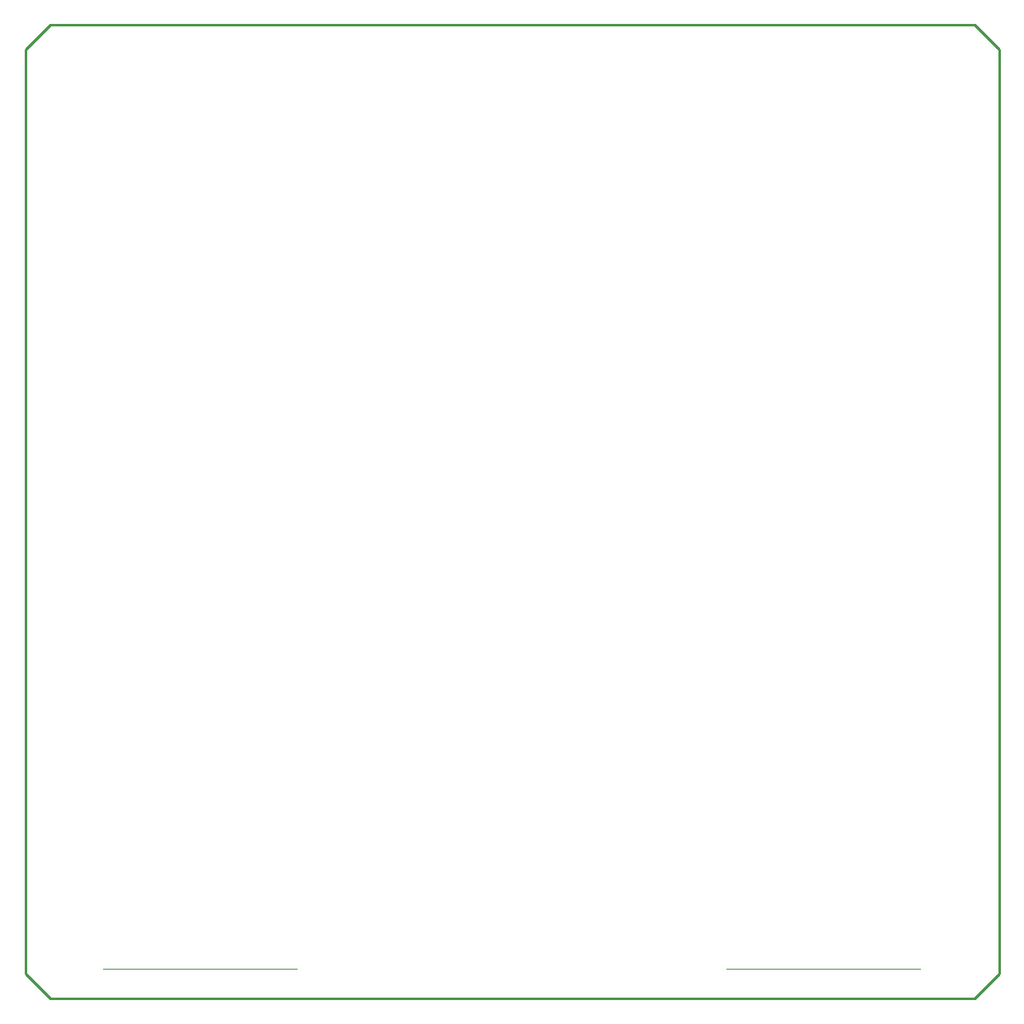
<source format=gm1>
G04*
G04 #@! TF.GenerationSoftware,Altium Limited,Altium Designer,19.0.10 (269)*
G04*
G04 Layer_Color=16711935*
%FSLAX25Y25*%
%MOIN*%
G70*
G01*
G75*
%ADD14C,0.01000*%
%ADD49C,0.00394*%
D14*
X393500Y10000D02*
Y383500D01*
X383500Y393500D02*
X393500Y383500D01*
X10000Y393500D02*
X383500D01*
Y0D02*
X393500Y10000D01*
X10000Y0D02*
X383500D01*
X0Y10000D02*
Y383500D01*
Y10000D02*
X10000Y0D01*
X0Y383500D02*
X10000Y393500D01*
D49*
X283465Y11988D02*
X361535D01*
X31465D02*
X109535D01*
M02*

</source>
